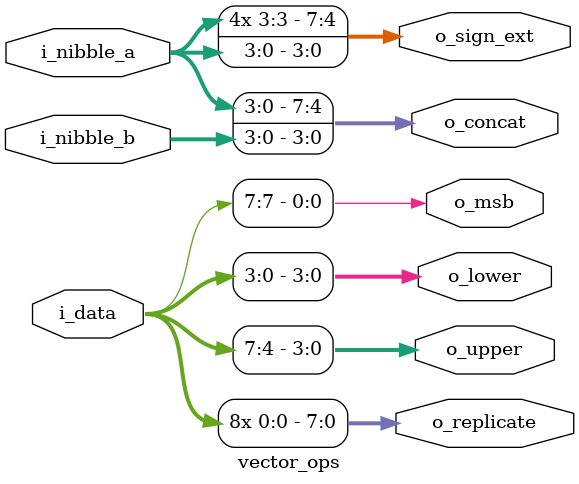
<source format=v>

module vector_ops (
    input  wire [7:0] i_data,
    input  wire [3:0] i_nibble_a,
    input  wire [3:0] i_nibble_b,
    output wire [7:0] o_concat,
    output wire [7:0] o_replicate,
    output wire [7:0] o_sign_ext,
    output wire [3:0] o_upper,
    output wire [3:0] o_lower,
    output wire       o_msb
);

    // Bit selection
    assign o_msb   = i_data[7];        // single bit — the MSB
    assign o_upper = i_data[7:4];      // upper nibble
    assign o_lower = i_data[3:0];      // lower nibble

    // Concatenation: join two 4-bit values into one 8-bit value
    assign o_concat = {i_nibble_a, i_nibble_b};

    // Replication: 8 copies of bit 0
    assign o_replicate = {8{i_data[0]}};

    // Sign extension: extend 4-bit signed value to 8 bits
    assign o_sign_ext = {{4{i_nibble_a[3]}}, i_nibble_a};

endmodule

</source>
